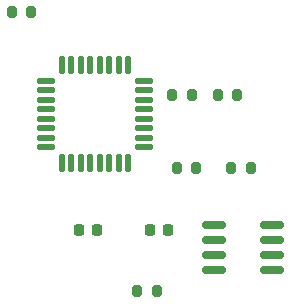
<source format=gbr>
%TF.GenerationSoftware,KiCad,Pcbnew,9.0.3*%
%TF.CreationDate,2025-11-11T20:03:35+05:30*%
%TF.ProjectId,mixed sig pcb(using microcontroller),6d697865-6420-4736-9967-207063622875,rev?*%
%TF.SameCoordinates,Original*%
%TF.FileFunction,Paste,Top*%
%TF.FilePolarity,Positive*%
%FSLAX46Y46*%
G04 Gerber Fmt 4.6, Leading zero omitted, Abs format (unit mm)*
G04 Created by KiCad (PCBNEW 9.0.3) date 2025-11-11 20:03:35*
%MOMM*%
%LPD*%
G01*
G04 APERTURE LIST*
G04 Aperture macros list*
%AMRoundRect*
0 Rectangle with rounded corners*
0 $1 Rounding radius*
0 $2 $3 $4 $5 $6 $7 $8 $9 X,Y pos of 4 corners*
0 Add a 4 corners polygon primitive as box body*
4,1,4,$2,$3,$4,$5,$6,$7,$8,$9,$2,$3,0*
0 Add four circle primitives for the rounded corners*
1,1,$1+$1,$2,$3*
1,1,$1+$1,$4,$5*
1,1,$1+$1,$6,$7*
1,1,$1+$1,$8,$9*
0 Add four rect primitives between the rounded corners*
20,1,$1+$1,$2,$3,$4,$5,0*
20,1,$1+$1,$4,$5,$6,$7,0*
20,1,$1+$1,$6,$7,$8,$9,0*
20,1,$1+$1,$8,$9,$2,$3,0*%
G04 Aperture macros list end*
%ADD10RoundRect,0.200000X0.200000X0.275000X-0.200000X0.275000X-0.200000X-0.275000X0.200000X-0.275000X0*%
%ADD11RoundRect,0.200000X-0.200000X-0.275000X0.200000X-0.275000X0.200000X0.275000X-0.200000X0.275000X0*%
%ADD12RoundRect,0.137500X-0.600000X-0.137500X0.600000X-0.137500X0.600000X0.137500X-0.600000X0.137500X0*%
%ADD13RoundRect,0.137500X-0.137500X-0.600000X0.137500X-0.600000X0.137500X0.600000X-0.137500X0.600000X0*%
%ADD14RoundRect,0.218750X-0.218750X-0.256250X0.218750X-0.256250X0.218750X0.256250X-0.218750X0.256250X0*%
%ADD15RoundRect,0.150000X-0.825000X-0.150000X0.825000X-0.150000X0.825000X0.150000X-0.825000X0.150000X0*%
%ADD16RoundRect,0.225000X-0.225000X-0.250000X0.225000X-0.250000X0.225000X0.250000X-0.225000X0.250000X0*%
G04 APERTURE END LIST*
D10*
%TO.C,R1*%
X151600000Y-85800000D03*
X149950000Y-85800000D03*
%TD*%
D11*
%TO.C,R3*%
X163950000Y-99000000D03*
X165600000Y-99000000D03*
%TD*%
%TO.C,R2*%
X168550000Y-99000000D03*
X170200000Y-99000000D03*
%TD*%
D12*
%TO.C,U1*%
X152837500Y-91600000D03*
X152837500Y-92400000D03*
X152837500Y-93200000D03*
X152837500Y-94000000D03*
X152837500Y-94800000D03*
X152837500Y-95600000D03*
X152837500Y-96400000D03*
X152837500Y-97200000D03*
D13*
X154200000Y-98562500D03*
X155000000Y-98562500D03*
X155800000Y-98562500D03*
X156600000Y-98562500D03*
X157400000Y-98562500D03*
X158200000Y-98562500D03*
X159000000Y-98562500D03*
X159800000Y-98562500D03*
D12*
X161162500Y-97200000D03*
X161162500Y-96400000D03*
X161162500Y-95600000D03*
X161162500Y-94800000D03*
X161162500Y-94000000D03*
X161162500Y-93200000D03*
X161162500Y-92400000D03*
X161162500Y-91600000D03*
D13*
X159800000Y-90237500D03*
X159000000Y-90237500D03*
X158200000Y-90237500D03*
X157400000Y-90237500D03*
X156600000Y-90237500D03*
X155800000Y-90237500D03*
X155000000Y-90237500D03*
X154200000Y-90237500D03*
%TD*%
D11*
%TO.C,R4*%
X167400000Y-92800000D03*
X169050000Y-92800000D03*
%TD*%
D14*
%TO.C,FB1*%
X155625000Y-104200000D03*
X157200000Y-104200000D03*
%TD*%
D10*
%TO.C,R6*%
X162250000Y-109400000D03*
X160600000Y-109400000D03*
%TD*%
D15*
%TO.C,U2*%
X167050000Y-103790000D03*
X167050000Y-105060000D03*
X167050000Y-106330000D03*
X167050000Y-107600000D03*
X172000000Y-107600000D03*
X172000000Y-106330000D03*
X172000000Y-105060000D03*
X172000000Y-103790000D03*
%TD*%
D11*
%TO.C,R5*%
X163550000Y-92800000D03*
X165200000Y-92800000D03*
%TD*%
D16*
%TO.C,C1*%
X161650000Y-104200000D03*
X163200000Y-104200000D03*
%TD*%
M02*

</source>
